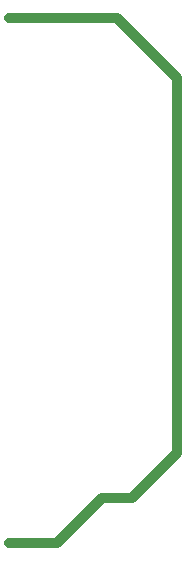
<source format=gbr>
G04 EAGLE Gerber RS-274X export*
G75*
%MOMM*%
%FSLAX34Y34*%
%LPD*%
%INBottom Copper Removal*%
%IPPOS*%
%AMOC8*
5,1,8,0,0,1.08239X$1,22.5*%
G01*
%ADD10C,0.812800*%


D10*
X-548640Y977900D02*
X-457200Y977900D01*
X-406400Y927100D01*
X-406400Y609600D01*
X-444500Y571500D01*
X-469900Y571500D01*
X-508000Y533400D01*
X-548640Y533400D01*
M02*

</source>
